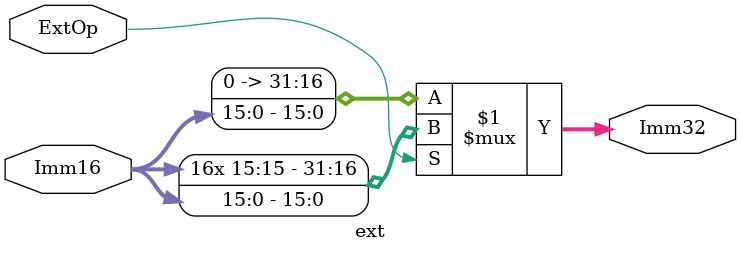
<source format=v>
module ext(
           input ExtOp,
           input [15:0] Imm16,
           output [31:0] Imm32);
    
    assign Imm32 = ExtOp ? {{16{Imm16[15]}},Imm16[15:0]} : {{16{1'b0}},Imm16[15:0]};
    
endmodule

</source>
